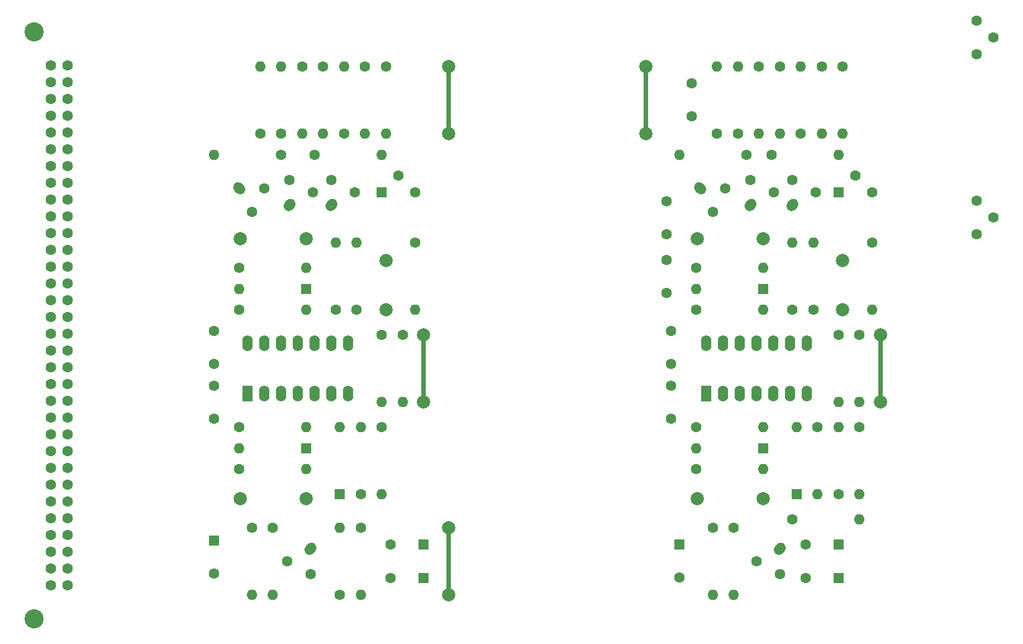
<source format=gbr>
G04 #@! TF.GenerationSoftware,KiCad,Pcbnew,(5.1.6-0-10_14)*
G04 #@! TF.CreationDate,2020-11-10T23:23:30+01:00*
G04 #@! TF.ProjectId,Overload Detector Card,4f766572-6c6f-4616-9420-446574656374,1.0*
G04 #@! TF.SameCoordinates,Original*
G04 #@! TF.FileFunction,Copper,L1,Top*
G04 #@! TF.FilePolarity,Positive*
%FSLAX46Y46*%
G04 Gerber Fmt 4.6, Leading zero omitted, Abs format (unit mm)*
G04 Created by KiCad (PCBNEW (5.1.6-0-10_14)) date 2020-11-10 23:23:30*
%MOMM*%
%LPD*%
G01*
G04 APERTURE LIST*
G04 #@! TA.AperFunction,ComponentPad*
%ADD10C,1.600000*%
G04 #@! TD*
G04 #@! TA.AperFunction,ComponentPad*
%ADD11R,1.600000X1.600000*%
G04 #@! TD*
G04 #@! TA.AperFunction,ComponentPad*
%ADD12C,2.900680*%
G04 #@! TD*
G04 #@! TA.AperFunction,ComponentPad*
%ADD13C,1.998980*%
G04 #@! TD*
G04 #@! TA.AperFunction,ComponentPad*
%ADD14O,1.600000X2.400000*%
G04 #@! TD*
G04 #@! TA.AperFunction,ComponentPad*
%ADD15R,1.600000X2.400000*%
G04 #@! TD*
G04 #@! TA.AperFunction,ComponentPad*
%ADD16C,2.000000*%
G04 #@! TD*
G04 #@! TA.AperFunction,ComponentPad*
%ADD17O,1.600000X1.600000*%
G04 #@! TD*
G04 #@! TA.AperFunction,Conductor*
%ADD18C,0.700000*%
G04 #@! TD*
G04 APERTURE END LIST*
D10*
X93345000Y-125650000D03*
D11*
X93345000Y-120650000D03*
D10*
X120095000Y-121285000D03*
D11*
X125095000Y-121285000D03*
D10*
X120095000Y-126365000D03*
D11*
X125095000Y-126365000D03*
D10*
X163830000Y-126285000D03*
D11*
X163830000Y-121285000D03*
D10*
X182960000Y-126365000D03*
D11*
X187960000Y-126365000D03*
D10*
X182960000Y-121285000D03*
D11*
X187960000Y-121285000D03*
D10*
X100965000Y-67310000D03*
X99060000Y-70866000D03*
G04 #@! TA.AperFunction,ComponentPad*
G36*
G01*
X96447893Y-66602893D02*
X96447894Y-66602894D01*
G75*
G02*
X97579264Y-66602894I565685J-565685D01*
G01*
X97862106Y-66885736D01*
G75*
G02*
X97862106Y-68017106I-565685J-565685D01*
G01*
X97862106Y-68017106D01*
G75*
G02*
X96730736Y-68017106I-565685J565685D01*
G01*
X96447894Y-67734264D01*
G75*
G02*
X96447894Y-66602894I565685J565685D01*
G01*
G37*
G04 #@! TD.AperFunction*
X107950000Y-125730000D03*
X104394000Y-123825000D03*
G04 #@! TA.AperFunction,ComponentPad*
G36*
G01*
X108657107Y-121212893D02*
X108657106Y-121212894D01*
G75*
G02*
X108657106Y-122344264I-565685J-565685D01*
G01*
X108374264Y-122627106D01*
G75*
G02*
X107242894Y-122627106I-565685J565685D01*
G01*
X107242894Y-122627106D01*
G75*
G02*
X107242894Y-121495736I565685J565685D01*
G01*
X107525736Y-121212894D01*
G75*
G02*
X108657106Y-121212894I565685J-565685D01*
G01*
G37*
G04 #@! TD.AperFunction*
X104775000Y-66040000D03*
X108331000Y-67945000D03*
G04 #@! TA.AperFunction,ComponentPad*
G36*
G01*
X104067893Y-70557107D02*
X104067894Y-70557106D01*
G75*
G02*
X104067894Y-69425736I565685J565685D01*
G01*
X104350736Y-69142894D01*
G75*
G02*
X105482106Y-69142894I565685J-565685D01*
G01*
X105482106Y-69142894D01*
G75*
G02*
X105482106Y-70274264I-565685J-565685D01*
G01*
X105199264Y-70557106D01*
G75*
G02*
X104067894Y-70557106I-565685J565685D01*
G01*
G37*
G04 #@! TD.AperFunction*
X111125000Y-66040000D03*
X114681000Y-67945000D03*
G04 #@! TA.AperFunction,ComponentPad*
G36*
G01*
X110417893Y-70557107D02*
X110417894Y-70557106D01*
G75*
G02*
X110417894Y-69425736I565685J565685D01*
G01*
X110700736Y-69142894D01*
G75*
G02*
X111832106Y-69142894I565685J-565685D01*
G01*
X111832106Y-69142894D01*
G75*
G02*
X111832106Y-70274264I-565685J-565685D01*
G01*
X111549264Y-70557106D01*
G75*
G02*
X110417894Y-70557106I-565685J565685D01*
G01*
G37*
G04 #@! TD.AperFunction*
X170815000Y-67310000D03*
X168910000Y-70866000D03*
G04 #@! TA.AperFunction,ComponentPad*
G36*
G01*
X166297893Y-66602893D02*
X166297894Y-66602894D01*
G75*
G02*
X167429264Y-66602894I565685J-565685D01*
G01*
X167712106Y-66885736D01*
G75*
G02*
X167712106Y-68017106I-565685J-565685D01*
G01*
X167712106Y-68017106D01*
G75*
G02*
X166580736Y-68017106I-565685J565685D01*
G01*
X166297894Y-67734264D01*
G75*
G02*
X166297894Y-66602894I565685J565685D01*
G01*
G37*
G04 #@! TD.AperFunction*
X179070000Y-125730000D03*
X175514000Y-123825000D03*
G04 #@! TA.AperFunction,ComponentPad*
G36*
G01*
X179777107Y-121212893D02*
X179777106Y-121212894D01*
G75*
G02*
X179777106Y-122344264I-565685J-565685D01*
G01*
X179494264Y-122627106D01*
G75*
G02*
X178362894Y-122627106I-565685J565685D01*
G01*
X178362894Y-122627106D01*
G75*
G02*
X178362894Y-121495736I565685J565685D01*
G01*
X178645736Y-121212894D01*
G75*
G02*
X179777106Y-121212894I565685J-565685D01*
G01*
G37*
G04 #@! TD.AperFunction*
X174625000Y-66040000D03*
X178181000Y-67945000D03*
G04 #@! TA.AperFunction,ComponentPad*
G36*
G01*
X173917893Y-70557107D02*
X173917894Y-70557106D01*
G75*
G02*
X173917894Y-69425736I565685J565685D01*
G01*
X174200736Y-69142894D01*
G75*
G02*
X175332106Y-69142894I565685J-565685D01*
G01*
X175332106Y-69142894D01*
G75*
G02*
X175332106Y-70274264I-565685J-565685D01*
G01*
X175049264Y-70557106D01*
G75*
G02*
X173917894Y-70557106I-565685J565685D01*
G01*
G37*
G04 #@! TD.AperFunction*
X180975000Y-66040000D03*
X184531000Y-67945000D03*
G04 #@! TA.AperFunction,ComponentPad*
G36*
G01*
X180267893Y-70557107D02*
X180267894Y-70557106D01*
G75*
G02*
X180267894Y-69425736I565685J565685D01*
G01*
X180550736Y-69142894D01*
G75*
G02*
X181682106Y-69142894I565685J-565685D01*
G01*
X181682106Y-69142894D01*
G75*
G02*
X181682106Y-70274264I-565685J-565685D01*
G01*
X181399264Y-70557106D01*
G75*
G02*
X180267894Y-70557106I-565685J565685D01*
G01*
G37*
G04 #@! TD.AperFunction*
D12*
X66040000Y-132550000D03*
X66040000Y-43650000D03*
D10*
X71120000Y-48730000D03*
X71120000Y-51270000D03*
X71120000Y-53810000D03*
X71120000Y-56350000D03*
X71120000Y-58890000D03*
X71120000Y-61430000D03*
X71120000Y-63970000D03*
X71120000Y-66510000D03*
X71120000Y-69050000D03*
X71120000Y-71590000D03*
X71120000Y-74130000D03*
X71120000Y-76670000D03*
X71120000Y-79210000D03*
X71120000Y-81750000D03*
X71120000Y-84290000D03*
X71120000Y-86830000D03*
X71120000Y-89370000D03*
X71120000Y-91910000D03*
X71120000Y-94450000D03*
X71120000Y-96990000D03*
X71120000Y-99530000D03*
X71120000Y-102070000D03*
X71120000Y-104610000D03*
X71120000Y-107150000D03*
X71120000Y-109690000D03*
X71120000Y-112230000D03*
X71120000Y-114770000D03*
X71120000Y-117310000D03*
X71120000Y-122390000D03*
X71120000Y-119850000D03*
X71120000Y-124930000D03*
X71120000Y-127470000D03*
X68580000Y-127470000D03*
X68580000Y-124930000D03*
X68580000Y-119850000D03*
X68580000Y-122390000D03*
X68580000Y-117310000D03*
X68580000Y-114770000D03*
X68580000Y-112230000D03*
X68580000Y-109690000D03*
X68580000Y-107150000D03*
X68580000Y-104610000D03*
X68580000Y-102070000D03*
X68580000Y-99530000D03*
X68580000Y-96990000D03*
X68580000Y-94450000D03*
X68580000Y-91910000D03*
X68580000Y-89370000D03*
X68580000Y-86830000D03*
X68580000Y-84290000D03*
X68580000Y-81750000D03*
X68580000Y-79210000D03*
X68580000Y-76670000D03*
X68580000Y-74130000D03*
X68580000Y-71590000D03*
X68580000Y-69050000D03*
X68580000Y-66510000D03*
X68580000Y-63970000D03*
X68580000Y-61430000D03*
X68580000Y-58890000D03*
X68580000Y-56350000D03*
X68580000Y-53810000D03*
X68580000Y-51270000D03*
X68580000Y-48730000D03*
D13*
X194310000Y-99695000D03*
X194310000Y-89535000D03*
X158750000Y-48895000D03*
X158750000Y-59055000D03*
X128905000Y-48895000D03*
X128905000Y-59055000D03*
X125095000Y-89535000D03*
X125095000Y-99695000D03*
X128905000Y-128905000D03*
D14*
X98425000Y-90805000D03*
X113665000Y-98425000D03*
X100965000Y-90805000D03*
X111125000Y-98425000D03*
X103505000Y-90805000D03*
X108585000Y-98425000D03*
X106045000Y-90805000D03*
X106045000Y-98425000D03*
X108585000Y-90805000D03*
X103505000Y-98425000D03*
X111125000Y-90805000D03*
X100965000Y-98425000D03*
X113665000Y-90805000D03*
D15*
X98425000Y-98425000D03*
D14*
X167894000Y-90805000D03*
X183134000Y-98425000D03*
X170434000Y-90805000D03*
X180594000Y-98425000D03*
X172974000Y-90805000D03*
X178054000Y-98425000D03*
X175514000Y-90805000D03*
X175514000Y-98425000D03*
X178054000Y-90805000D03*
X172974000Y-98425000D03*
X180594000Y-90805000D03*
X170434000Y-98425000D03*
X183134000Y-90805000D03*
D15*
X167894000Y-98425000D03*
D16*
X107315000Y-114300000D03*
X97315000Y-114300000D03*
X97315000Y-74930000D03*
X107315000Y-74930000D03*
X176530000Y-114300000D03*
X166530000Y-114300000D03*
X176530000Y-74930000D03*
X166530000Y-74930000D03*
D11*
X107315000Y-106680000D03*
D17*
X97155000Y-106680000D03*
X97155000Y-82550000D03*
D11*
X107315000Y-82550000D03*
D17*
X112395000Y-103505000D03*
D11*
X112395000Y-113665000D03*
D17*
X166370000Y-106680000D03*
D11*
X176530000Y-106680000D03*
X176530000Y-82550000D03*
D17*
X166370000Y-82550000D03*
D11*
X181610000Y-113665000D03*
D17*
X181610000Y-103505000D03*
X99060000Y-128905000D03*
D10*
X99060000Y-118745000D03*
X102235000Y-118745000D03*
D17*
X102235000Y-128905000D03*
D10*
X97155000Y-109855000D03*
D17*
X107315000Y-109855000D03*
D10*
X97155000Y-103505000D03*
D17*
X107315000Y-103505000D03*
X107315000Y-85725000D03*
D10*
X97155000Y-85725000D03*
X97155000Y-79375000D03*
D17*
X107315000Y-79375000D03*
D10*
X103505000Y-62230000D03*
D17*
X93345000Y-62230000D03*
D10*
X100330000Y-59055000D03*
D17*
X100330000Y-48895000D03*
X103505000Y-48895000D03*
D10*
X103505000Y-59055000D03*
X106680000Y-48895000D03*
D17*
X106680000Y-59055000D03*
X109855000Y-59055000D03*
D10*
X109855000Y-48895000D03*
X112395000Y-128905000D03*
D17*
X112395000Y-118745000D03*
X111760000Y-75565000D03*
D10*
X111760000Y-85725000D03*
D17*
X118745000Y-62230000D03*
D10*
X108585000Y-62230000D03*
X113030000Y-59055000D03*
D17*
X113030000Y-48895000D03*
X115570000Y-128905000D03*
D10*
X115570000Y-118745000D03*
D17*
X115570000Y-103505000D03*
D10*
X115570000Y-113665000D03*
D17*
X114935000Y-75565000D03*
D10*
X114935000Y-85725000D03*
D17*
X118745000Y-113665000D03*
D10*
X118745000Y-103505000D03*
X118745000Y-89535000D03*
D17*
X118745000Y-99695000D03*
D10*
X116205000Y-48895000D03*
D17*
X116205000Y-59055000D03*
X119380000Y-59055000D03*
D10*
X119380000Y-48895000D03*
X121920000Y-89535000D03*
D17*
X121920000Y-99695000D03*
D10*
X123825000Y-75565000D03*
D17*
X123825000Y-85725000D03*
X168910000Y-128905000D03*
D10*
X168910000Y-118745000D03*
X172085000Y-118745000D03*
D17*
X172085000Y-128905000D03*
D10*
X166370000Y-109855000D03*
D17*
X176530000Y-109855000D03*
D10*
X166370000Y-103505000D03*
D17*
X176530000Y-103505000D03*
D10*
X166370000Y-85725000D03*
D17*
X176530000Y-85725000D03*
X176530000Y-79375000D03*
D10*
X166370000Y-79375000D03*
X173990000Y-62230000D03*
D17*
X163830000Y-62230000D03*
X169545000Y-48895000D03*
D10*
X169545000Y-59055000D03*
X172720000Y-59055000D03*
D17*
X172720000Y-48895000D03*
X175895000Y-59055000D03*
D10*
X175895000Y-48895000D03*
X179070000Y-48895000D03*
D17*
X179070000Y-59055000D03*
X180975000Y-75565000D03*
D10*
X180975000Y-85725000D03*
X184150000Y-85725000D03*
D17*
X184150000Y-75565000D03*
D10*
X177800000Y-62230000D03*
D17*
X187960000Y-62230000D03*
D10*
X182245000Y-59055000D03*
D17*
X182245000Y-48895000D03*
X191135000Y-117475000D03*
D10*
X180975000Y-117475000D03*
D17*
X184785000Y-113665000D03*
D10*
X184785000Y-103505000D03*
D17*
X185420000Y-59055000D03*
D10*
X185420000Y-48895000D03*
X187960000Y-113665000D03*
D17*
X187960000Y-103505000D03*
X187960000Y-99695000D03*
D10*
X187960000Y-89535000D03*
D17*
X188595000Y-59055000D03*
D10*
X188595000Y-48895000D03*
D17*
X191135000Y-113665000D03*
D10*
X191135000Y-103505000D03*
D17*
X191135000Y-99695000D03*
D10*
X191135000Y-89535000D03*
D17*
X193040000Y-85725000D03*
D10*
X193040000Y-75565000D03*
X208915000Y-69215000D03*
X211455000Y-71755000D03*
X208915000Y-74295000D03*
X208915000Y-46990000D03*
X211455000Y-44450000D03*
X208915000Y-41910000D03*
D11*
X118745000Y-67945000D03*
D10*
X123825000Y-67945000D03*
X121285000Y-65405000D03*
X190500000Y-65405000D03*
X193040000Y-67945000D03*
D11*
X187960000Y-67945000D03*
D13*
X128905000Y-118745000D03*
D16*
X119380000Y-78225000D03*
X119380000Y-85725000D03*
X188595000Y-85725000D03*
X188595000Y-78225000D03*
D10*
X93345000Y-97235000D03*
X93345000Y-102235000D03*
X93345000Y-88900000D03*
X93345000Y-93900000D03*
X161925000Y-78185000D03*
X161925000Y-83185000D03*
X161925000Y-74295000D03*
X161925000Y-69295000D03*
X162560000Y-97235000D03*
X162560000Y-102235000D03*
X162560000Y-88900000D03*
X162560000Y-93900000D03*
X165735000Y-51435000D03*
X165735000Y-56435000D03*
D18*
X128905000Y-118745000D02*
X128905000Y-128905000D01*
X158750000Y-59055000D02*
X158750000Y-48895000D01*
X128905000Y-48895000D02*
X128905000Y-59055000D01*
X125095000Y-89535000D02*
X125095000Y-99695000D01*
X194310000Y-99695000D02*
X194310000Y-89535000D01*
M02*

</source>
